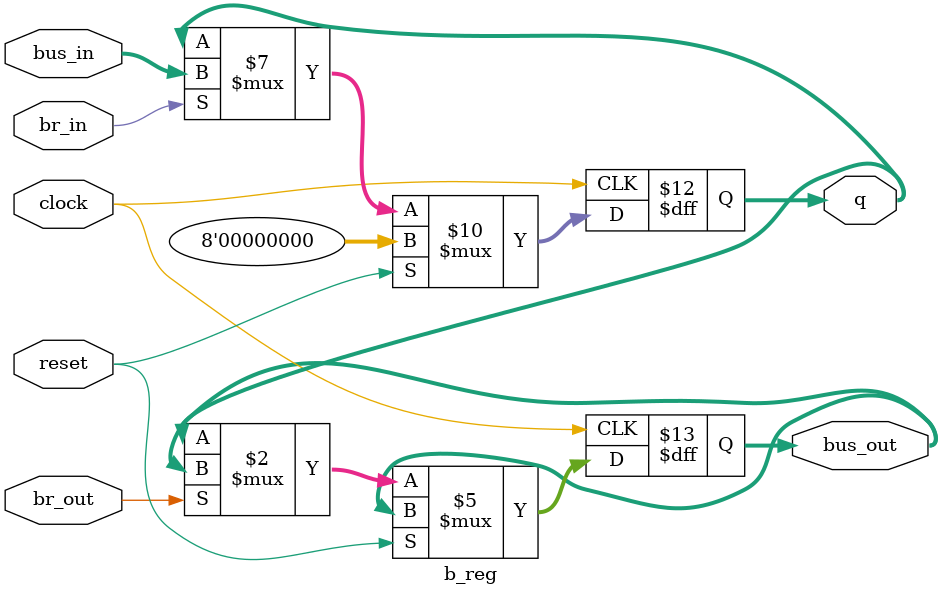
<source format=v>
module b_reg (
	input clock,
	input reset, 
	input br_in,
	input br_out,
	output reg[7:0] q,
	input[7:0] bus_in,
	output reg[7:0] bus_out);
	
	always @(posedge clock) begin
		if(reset) 
			q <= 0;
		else begin
			if(br_in)
				q <= bus_in;			
			if(br_out) 
				bus_out <= q;
		end
	end
		
endmodule

</source>
